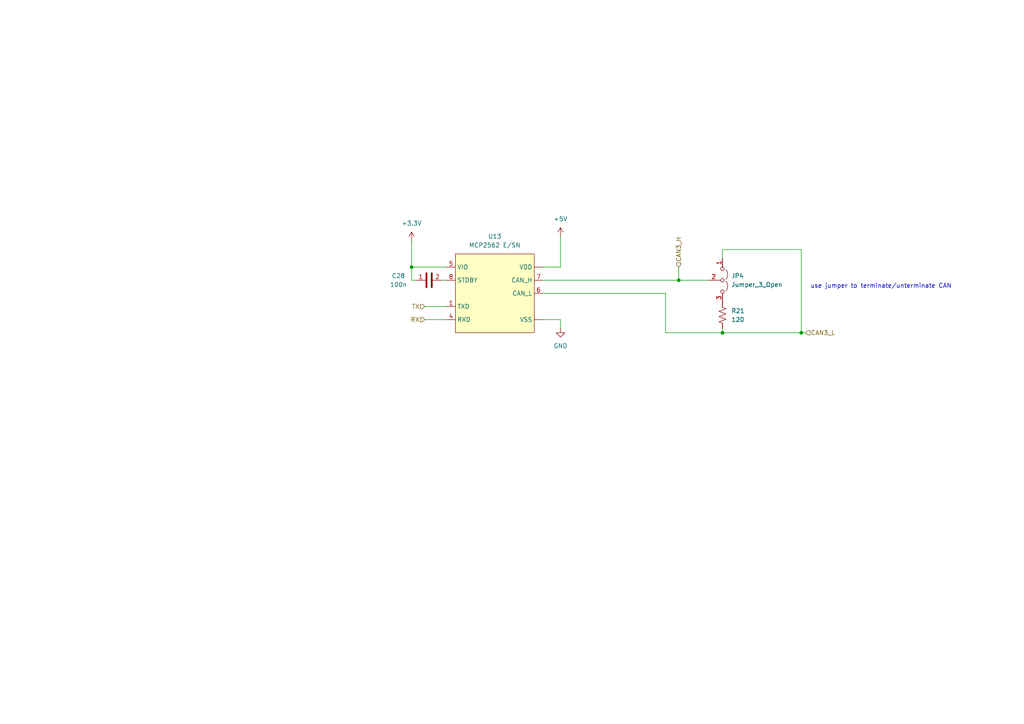
<source format=kicad_sch>
(kicad_sch (version 20250114) (generator "eeschema") (generator_version "9.0")
  (paper "A4")
  (lib_symbols
    (symbol "BFR Capacitors:06035C104KAT2A"
      (property "Reference" "C" (at 0 2.54 0))
      (property "Value" "100n" (at 1.27 2.54 0))
      (symbol "06035C104KAT2A_0_1"
        (polyline (pts (xy -2.032 0.762) (xy 2.032 0.762)) (stroke (width 0.508)))
        (polyline (pts (xy -2.032 -0.762) (xy 2.032 -0.762)) (stroke (width 0.508)))
      )
      (symbol "06035C104KAT2A_1_1"
        (pin passive line (at 0 3.81 270) (length 2.794) (name "~") (number "1"))
        (pin passive line (at 0 -3.81 90) (length 2.794) (name "~") (number "2"))
      )
    )
    (symbol "BFR Resistors:RMCF0603FT120R" (pin_numbers (hide yes))
      (property "Reference" "R" (at 0 2.54 0))
      (property "Value" "120" (at 1.27 2.54 0))
      (symbol "RMCF0603FT120R_0_1"
        (polyline (pts (xy -2.286 0) (xy -2.54 0)))
        (polyline (pts (xy -2.286 0) (xy -1.905 1.016) (xy -1.524 0) (xy -1.143 -1.016) (xy -0.762 0)))
        (polyline (pts (xy -0.762 0) (xy -0.381 1.016) (xy 0 0) (xy 0.381 -1.016) (xy 0.762 0)))
        (polyline (pts (xy 0.762 0) (xy 1.143 1.016) (xy 1.524 0) (xy 1.905 -1.016) (xy 2.286 0)))
        (polyline (pts (xy 2.286 0) (xy 2.54 0)))
      )
      (symbol "RMCF0603FT120R_1_1"
        (pin passive line (at -3.81 0 0) (length 1.27) (name "~") (number "1"))
        (pin passive line (at 3.81 0 180) (length 1.27) (name "~") (number "2"))
      )
    )
    (symbol "Jumper:Jumper_3_Open" (pin_names (offset 0) (hide yes)) (in_bom no)
      (property "Reference" "JP" (at -2.54 -2.54 0))
      (property "Value" "Jumper_3_Open" (at 0 2.794 0))
      (symbol "Jumper_3_Open_0_0"
        (circle (center -3.302 0) (radius 0.508))
        (circle (center 0 0) (radius 0.508))
        (circle (center 3.302 0) (radius 0.508))
      )
      (symbol "Jumper_3_Open_0_1"
        (arc (start -3.048 1.016) (mid -1.651 1.4992) (end -0.254 1.016))
        (polyline (pts (xy 0 -0.508) (xy 0 -1.27)))
        (arc (start 0.254 1.016) (mid 1.651 1.4992) (end 3.048 1.016))
      )
      (symbol "Jumper_3_Open_1_1"
        (pin passive line (at -6.35 0 0) (length 2.54) (name "A") (number "1"))
        (pin passive line (at 0 -3.81 90) (length 2.54) (name "C") (number "2"))
        (pin passive line (at 6.35 0 180) (length 2.54) (name "B") (number "3"))
      )
    )
    (symbol "MCP2562-CAN_Transceiver:MCP2562-E/SN"
      (property "Reference" "U" (at 0 0 0))
      (property "Value" "MCP2562 E/SN" (at 0.254 -2.032 0))
      (symbol "MCP2562-E/SN_1_1"
        (rectangle (start -11.43 -3.81) (end 11.43 -26.67) (fill (type color) (color 255 255 195 1)))
        (pin input line (at -13.97 -7.62 0) (length 2.54) (name "VIO") (number "5"))
        (pin input line (at -13.97 -11.43 0) (length 2.54) (name "STDBY") (number "8"))
        (pin input line (at -13.97 -19.05 0) (length 2.54) (name "TXD") (number "1"))
        (pin input line (at -13.97 -22.86 0) (length 2.54) (name "RXD") (number "4"))
        (pin input line (at 13.97 -7.62 180) (length 2.54) (name "VDD") (number ""))
        (pin input line (at 13.97 -11.43 180) (length 2.54) (name "CAN_H") (number "7"))
        (pin input line (at 13.97 -15.24 180) (length 2.54) (name "CAN_L") (number "6"))
        (pin input line (at 13.97 -22.86 180) (length 2.54) (name "VSS") (number ""))
      )
    )
    (symbol "power:+3.3V" (power) (pin_numbers (hide yes)) (pin_names (offset 0) (hide yes))
      (property "Value" "+3.3V" (at 0 3.556 0))
      (symbol "+3.3V_0_1"
        (polyline (pts (xy -0.762 1.27) (xy 0 2.54)))
        (polyline (pts (xy 0 2.54) (xy 0.762 1.27)))
        (polyline (pts (xy 0 0) (xy 0 2.54)))
      )
      (symbol "+3.3V_1_1"
        (pin power_in line (at 0 0 90) (length 0) (name "~") (number "1"))
      )
    )
    (symbol "power:+5V" (power) (pin_numbers (hide yes)) (pin_names (offset 0) (hide yes))
      (property "Value" "+5V" (at 0 3.556 0))
      (symbol "+5V_0_1"
        (polyline (pts (xy -0.762 1.27) (xy 0 2.54)))
        (polyline (pts (xy 0 2.54) (xy 0.762 1.27)))
        (polyline (pts (xy 0 0) (xy 0 2.54)))
      )
      (symbol "+5V_1_1"
        (pin power_in line (at 0 0 90) (length 0) (name "~") (number "1"))
      )
    )
    (symbol "power:GND" (power) (pin_numbers (hide yes)) (pin_names (offset 0) (hide yes))
      (property "Value" "GND" (at 0 -3.81 0))
      (symbol "GND_0_1"
        (polyline (pts (xy 0 0) (xy 0 -1.27) (xy 1.27 -1.27) (xy 0 -2.54) (xy -1.27 -1.27) (xy 0 -1.27)))
      )
      (symbol "GND_1_1"
        (pin power_in line (at 0 0 270) (length 0) (name "~") (number "1"))
      )
    )
  )
  (text "use jumper to terminate/unterminate CAN\n" (at 255.524 83.058 0) (effects (font (size 1.27 1.27))))
  (junction (at 196.85 81.28))
  (junction (at 119.38 77.47))
  (junction (at 232.41 96.52))
  (junction (at 209.55 96.52))
  (wire (pts (xy 119.38 77.47) (xy 129.54 77.47)))
  (wire (pts (xy 209.55 74.93) (xy 209.55 72.39)))
  (wire (pts (xy 123.19 88.9) (xy 129.54 88.9)))
  (wire (pts (xy 162.56 68.58) (xy 162.56 77.47)))
  (wire (pts (xy 162.56 77.47) (xy 157.48 77.47)))
  (wire (pts (xy 157.48 92.71) (xy 162.56 92.71)))
  (wire (pts (xy 123.19 92.71) (xy 129.54 92.71)))
  (wire (pts (xy 119.38 81.28) (xy 119.38 77.47)))
  (wire (pts (xy 193.04 96.52) (xy 209.55 96.52)))
  (wire (pts (xy 209.55 95.25) (xy 209.55 96.52)))
  (wire (pts (xy 193.04 96.52) (xy 193.04 85.09)))
  (wire (pts (xy 162.56 92.71) (xy 162.56 95.25)))
  (wire (pts (xy 196.85 81.28) (xy 205.74 81.28)))
  (wire (pts (xy 196.85 77.47) (xy 196.85 81.28)))
  (wire (pts (xy 128.27 81.28) (xy 129.54 81.28)))
  (wire (pts (xy 157.48 81.28) (xy 196.85 81.28)))
  (wire (pts (xy 119.38 69.85) (xy 119.38 77.47)))
  (wire (pts (xy 232.41 72.39) (xy 232.41 96.52)))
  (wire (pts (xy 120.65 81.28) (xy 119.38 81.28)))
  (wire (pts (xy 157.48 85.09) (xy 193.04 85.09)))
  (wire (pts (xy 209.55 96.52) (xy 232.41 96.52)))
  (wire (pts (xy 209.55 72.39) (xy 232.41 72.39)))
  (wire (pts (xy 232.41 96.52) (xy 233.68 96.52)))
  (hierarchical_label "CAN3_L" (shape input) (at 233.68 96.52 0))
  (hierarchical_label "TX" (shape input) (at 123.19 88.9 180))
  (hierarchical_label "CAN3_H" (shape input) (at 196.85 77.47 90))
  (hierarchical_label "RX" (shape input) (at 123.19 92.71 180))
  (symbol (lib_id "MCP2562-CAN_Transceiver:MCP2562-E/SN") (at 143.51 69.85 0) (unit 1)
    (property "Reference" "U13" (at 143.51 68.58 0))
    (property "Value" "MCP2562 E/SN" (at 143.51 71.12 0))
    (property "Datasheet" "https://www.mouser.com/datasheet/2/268/20005167C-3443186.pdf" (effects (hide yes)))
    (property "Mouser P/N" "579-MCP2562-E/SN " (effects (hide yes)))
    (property "LCSC P/N" "C53609" (effects (hide yes)))
  )
  (symbol (lib_id "Jumper:Jumper_3_Open") (at 209.55 81.28 270) (unit 1) (in_bom no)
    (property "Reference" "JP4" (at 212.09 80.0099 90) (effects (justify left)))
    (property "Value" "Jumper_3_Open" (at 212.09 82.5499 90) (effects (justify left)))
    (property "Description" "Jumper, 3-pole, both open" (effects (hide yes)))
  )
  (symbol (lib_id "power:+5V") (at 162.56 68.58 0) (unit 1)
    (property "Reference" "#PWR053" (effects (hide yes)))
    (property "Value" "+5V" (at 162.56 63.5 0))
    (property "Description" "Power symbol creates a global label with name \"+5V\"" (effects (hide yes)))
  )
  (symbol (lib_id "BFR Capacitors:06035C104KAT2A") (at 124.46 81.28 90) (unit 1)
    (property "Reference" "C28" (at 115.57 80.01 90))
    (property "Value" "100n" (at 115.57 82.55 90))
    (property "Footprint" "Capacitor_SMD:C_0603_1608Metric_Pad1.08x0.95mm_HandSolder" (effects (hide yes)))
    (property "Description" "100nF±10% X7R 16V JLCPCB Basic 0603 Capacitor" (effects (hide yes)))
    (property "Sim.Device" "SUBCKT" (effects (hide yes)))
    (property "Sim.Pins" "1=P1 2=P2" (effects (hide yes)))
    (property "Sim.Library" "${BFRUH_DIR}/Electronics/spice_models/bfr_capacitors/06035C104KAT2A.lib" (effects (hide yes)))
    (property "Sim.Name" "06035C104KAT2A" (effects (hide yes)))
    (property "Pretty Name" "100nF 16V 0603 Capacitor" (effects (hide yes)))
    (property "Order From" "LCSC" (effects (hide yes)))
    (property "Digikey P/N" "478-KGM15BR71H104KTCT-ND" (effects (hide yes)))
    (property "Mouser P/N" "581-06035C104KAT2A" (effects (hide yes)))
    (property "LCSC P/N" "C14663" (effects (hide yes)))
    (property "JLCPCB Basic Part" "Yes" (effects (hide yes)))
    (property "Created by" "capacitor_generator.py script using capacitor_bible_spec.txt" (effects (hide yes)))
  )
  (symbol (lib_id "BFR Resistors:RMCF0603FT120R") (at 209.55 91.44 90) (unit 1)
    (property "Reference" "R21" (at 212.09 90.1699 90) (effects (justify right)))
    (property "Value" "120" (at 212.09 92.7099 90) (effects (justify right)))
    (property "Footprint" "Resistor_SMD:R_0603_1608Metric_Pad0.98x0.95mm_HandSolder" (effects (hide yes)))
    (property "Datasheet" "https://www.seielect.com/catalog/sei-rmcf_rmcp.pdf" (effects (hide yes)))
    (property "Description" "120Ω 0603 JLCPCB Basic Resistor" (effects (hide yes)))
    (property "Sim.Device" "SUBCKT" (effects (hide yes)))
    (property "Sim.Pins" "1=P1 2=P2" (effects (hide yes)))
    (property "Sim.Library" "${BFRUH_DIR}/Electronics/spice_models/bfr_resistors/RMCF0603FT120R.lib" (effects (hide yes)))
    (property "Sim.Name" "RMCF0603FT120R" (effects (hide yes)))
    (property "Pretty Name" "120Ω 0603 Resistor" (effects (hide yes)))
    (property "Order From" "LCSC" (effects (hide yes)))
    (property "Digikey P/N" "RMCF0603FT120RCT-ND" (effects (hide yes)))
    (property "Mouser P/N" "708-RMCF0603FT120R" (effects (hide yes)))
    (property "LCSC P/N" "C22787" (effects (hide yes)))
    (property "JLCPCB Basic Part" "Yes" (effects (hide yes)))
    (property "Created by" "resistor_generator.py script using e24_resistor_bible_spec.txt" (effects (hide yes)))
  )
  (symbol (lib_id "power:GND") (at 162.56 95.25 0) (unit 1)
    (property "Reference" "#PWR054" (effects (hide yes)))
    (property "Value" "GND" (at 162.56 100.33 0))
    (property "Description" "Power symbol creates a global label with name \"GND\" , ground" (effects (hide yes)))
  )
  (symbol (lib_id "power:+3.3V") (at 119.38 69.85 0) (unit 1)
    (property "Reference" "#PWR052" (effects (hide yes)))
    (property "Value" "+3.3V" (at 119.38 64.77 0))
    (property "Description" "Power symbol creates a global label with name \"+3.3V\"" (effects (hide yes)))
  )
)
</source>
